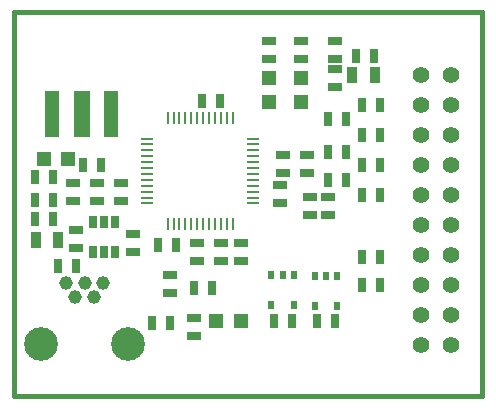
<source format=gtp>
G04 (created by PCBNEW-RS274X (2010-03-14)-final) date mar 08 nov 2011 08:32:22 ART*
G01*
G70*
G90*
%MOIN*%
G04 Gerber Fmt 3.4, Leading zero omitted, Abs format*
%FSLAX34Y34*%
G04 APERTURE LIST*
%ADD10C,0.000100*%
%ADD11C,0.015000*%
%ADD12C,0.045300*%
%ADD13C,0.112200*%
%ADD14R,0.007800X0.039300*%
%ADD15R,0.039300X0.007800*%
%ADD16R,0.047200X0.047200*%
%ADD17C,0.056000*%
%ADD18R,0.025000X0.045000*%
%ADD19R,0.045000X0.025000*%
%ADD20R,0.035000X0.055000*%
%ADD21R,0.020000X0.030000*%
%ADD22R,0.027600X0.039400*%
%ADD23R,0.047200X0.157400*%
%ADD24R,0.055100X0.157400*%
G04 APERTURE END LIST*
G54D10*
G54D11*
X51900Y-31500D02*
X51900Y-18700D01*
X67500Y-31500D02*
X51900Y-31500D01*
X67500Y-18700D02*
X67500Y-31500D01*
X51900Y-18700D02*
X67500Y-18700D01*
G54D12*
X54250Y-27743D03*
X53936Y-28215D03*
X54879Y-27743D03*
X54564Y-28215D03*
G54D13*
X55687Y-29750D03*
X52813Y-29750D03*
G54D12*
X53621Y-27743D03*
G54D14*
X57018Y-25771D03*
X57215Y-25771D03*
X57412Y-25771D03*
X57608Y-25771D03*
X57805Y-25771D03*
X58002Y-25771D03*
X58198Y-25771D03*
X58395Y-25771D03*
X58592Y-25771D03*
X58788Y-25771D03*
X58985Y-25771D03*
X59182Y-25771D03*
G54D15*
X59871Y-25082D03*
X59871Y-24885D03*
X59871Y-24688D03*
X59871Y-24492D03*
X59871Y-24295D03*
X59871Y-24098D03*
X59871Y-23902D03*
X59871Y-23705D03*
X59871Y-23508D03*
X59871Y-23312D03*
X59871Y-23115D03*
X59871Y-22918D03*
G54D14*
X59182Y-22229D03*
X58985Y-22229D03*
X58788Y-22229D03*
X58592Y-22229D03*
X58395Y-22229D03*
X58198Y-22229D03*
X58002Y-22229D03*
X57805Y-22229D03*
X57608Y-22229D03*
X57412Y-22229D03*
X57215Y-22229D03*
X57018Y-22229D03*
G54D15*
X56329Y-22918D03*
X56329Y-23115D03*
X56329Y-23312D03*
X56329Y-23508D03*
X56329Y-23705D03*
X56329Y-23902D03*
X56329Y-24098D03*
X56329Y-24295D03*
X56329Y-24492D03*
X56329Y-24688D03*
X56329Y-24885D03*
X56329Y-25082D03*
G54D16*
X58637Y-29000D03*
X59463Y-29000D03*
X61450Y-20887D03*
X61450Y-21713D03*
X60400Y-20887D03*
X60400Y-21713D03*
X52887Y-23600D03*
X53713Y-23600D03*
G54D17*
X65450Y-20800D03*
X66450Y-20800D03*
X65450Y-21800D03*
X66450Y-21800D03*
X65450Y-22800D03*
X66450Y-22800D03*
X65450Y-23800D03*
X66450Y-23800D03*
X65450Y-24800D03*
X66450Y-24800D03*
X65450Y-25800D03*
X66450Y-25800D03*
X65450Y-26800D03*
X66450Y-26800D03*
X65450Y-27800D03*
X66450Y-27800D03*
X65450Y-28800D03*
X66450Y-28800D03*
X65450Y-29800D03*
X66450Y-29800D03*
G54D18*
X62950Y-24300D03*
X62350Y-24300D03*
X62950Y-23350D03*
X62350Y-23350D03*
X62950Y-22250D03*
X62350Y-22250D03*
G54D19*
X61750Y-24850D03*
X61750Y-25450D03*
X58800Y-26400D03*
X58800Y-27000D03*
X62350Y-25450D03*
X62350Y-24850D03*
X61650Y-24050D03*
X61650Y-23450D03*
X60750Y-24450D03*
X60750Y-25050D03*
X60850Y-24050D03*
X60850Y-23450D03*
G54D18*
X54800Y-23800D03*
X54200Y-23800D03*
G54D19*
X57100Y-27450D03*
X57100Y-28050D03*
G54D18*
X58500Y-27900D03*
X57900Y-27900D03*
X57100Y-29050D03*
X56500Y-29050D03*
G54D19*
X60400Y-19650D03*
X60400Y-20250D03*
X61450Y-19650D03*
X61450Y-20250D03*
X57900Y-29500D03*
X57900Y-28900D03*
G54D18*
X53200Y-24200D03*
X52600Y-24200D03*
G54D19*
X55850Y-26700D03*
X55850Y-26100D03*
G54D18*
X57300Y-26450D03*
X56700Y-26450D03*
X62000Y-29000D03*
X62600Y-29000D03*
X61150Y-29000D03*
X60550Y-29000D03*
X64100Y-21800D03*
X63500Y-21800D03*
X64100Y-22800D03*
X63500Y-22800D03*
X64100Y-23800D03*
X63500Y-23800D03*
X64100Y-24800D03*
X63500Y-24800D03*
X64100Y-26850D03*
X63500Y-26850D03*
X64100Y-27800D03*
X63500Y-27800D03*
G54D19*
X59450Y-26400D03*
X59450Y-27000D03*
G54D18*
X58150Y-21650D03*
X58750Y-21650D03*
G54D19*
X55450Y-24400D03*
X55450Y-25000D03*
X53850Y-24400D03*
X53850Y-25000D03*
X58000Y-26400D03*
X58000Y-27000D03*
X54650Y-24400D03*
X54650Y-25000D03*
X53950Y-25950D03*
X53950Y-26550D03*
G54D18*
X52600Y-24950D03*
X53200Y-24950D03*
G54D19*
X62600Y-19650D03*
X62600Y-20250D03*
G54D18*
X52600Y-25600D03*
X53200Y-25600D03*
G54D19*
X62600Y-21200D03*
X62600Y-20600D03*
G54D18*
X53350Y-27150D03*
X53950Y-27150D03*
X63900Y-20150D03*
X63300Y-20150D03*
G54D20*
X52625Y-26300D03*
X53375Y-26300D03*
X63925Y-20800D03*
X63175Y-20800D03*
G54D21*
X61225Y-27450D03*
X60475Y-27450D03*
X61225Y-28450D03*
X60850Y-27450D03*
X60475Y-28450D03*
X62675Y-27500D03*
X61925Y-27500D03*
X62675Y-28500D03*
X62300Y-27500D03*
X61925Y-28500D03*
G54D22*
X54525Y-25700D03*
X54900Y-25700D03*
X55275Y-25700D03*
X55275Y-26700D03*
X54900Y-26700D03*
X54525Y-26700D03*
G54D23*
X55134Y-22100D03*
G54D24*
X54150Y-22100D03*
G54D23*
X53166Y-22100D03*
M02*

</source>
